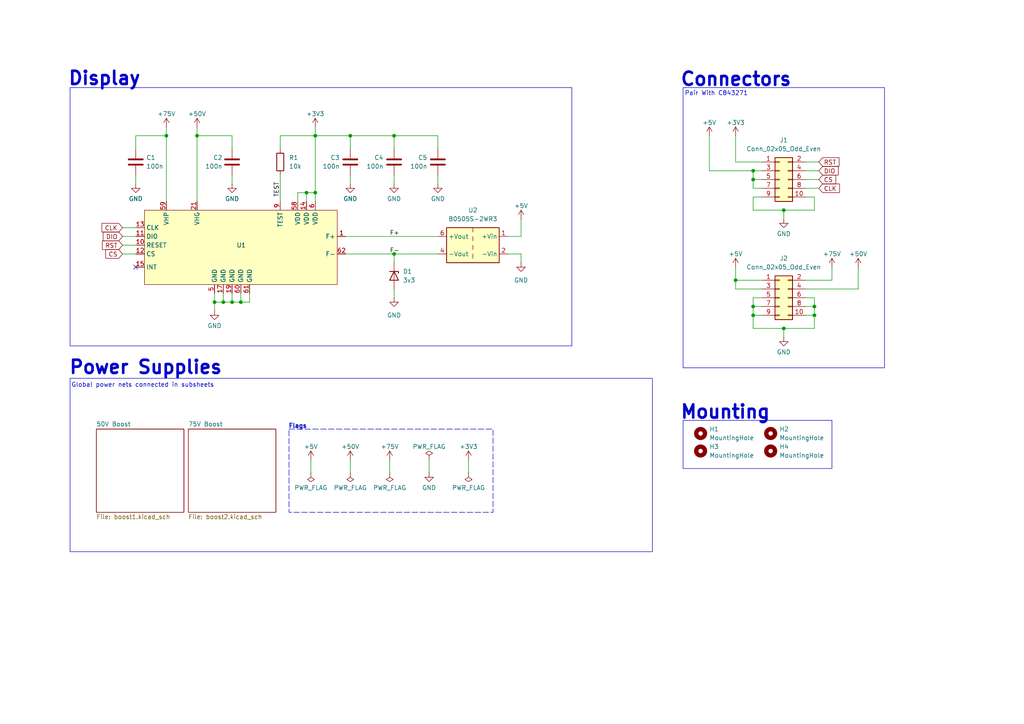
<source format=kicad_sch>
(kicad_sch (version 20250114) (generator "eeschema") (generator_version "9.0")
  (paper "A4")
  (title_block (title "GP1247AI Power Supply Board") (date "2026-01-14"))
  (lib_symbols
    (symbol "Connector_Generic:Conn_02x05_Odd_Even" (pin_names (offset 1.016) (hide yes))
      (property "Reference" "J" (at 1.27 7.62 0))
      (property "Value" "Conn_02x05_Odd_Even" (at 1.27 -7.62 0))
      (symbol "Conn_02x05_Odd_Even_1_1"
        (rectangle (start -1.27 6.35) (end 3.81 -6.35) (stroke (width 0.254)) (fill (type background)))
        (rectangle (start -1.27 5.207) (end 0 4.953) (stroke (width 0.1524)))
        (rectangle (start -1.27 2.667) (end 0 2.413) (stroke (width 0.1524)))
        (rectangle (start -1.27 0.127) (end 0 -0.127) (stroke (width 0.1524)))
        (rectangle (start -1.27 -2.413) (end 0 -2.667) (stroke (width 0.1524)))
        (rectangle (start -1.27 -4.953) (end 0 -5.207) (stroke (width 0.1524)))
        (rectangle (start 3.81 5.207) (end 2.54 4.953) (stroke (width 0.1524)))
        (rectangle (start 3.81 2.667) (end 2.54 2.413) (stroke (width 0.1524)))
        (rectangle (start 3.81 0.127) (end 2.54 -0.127) (stroke (width 0.1524)))
        (rectangle (start 3.81 -2.413) (end 2.54 -2.667) (stroke (width 0.1524)))
        (rectangle (start 3.81 -4.953) (end 2.54 -5.207) (stroke (width 0.1524)))
        (pin passive line (at -5.08 5.08 0) (length 3.81) (name "Pin_1") (number "1"))
        (pin passive line (at -5.08 2.54 0) (length 3.81) (name "Pin_3") (number "3"))
        (pin passive line (at -5.08 0 0) (length 3.81) (name "Pin_5") (number "5"))
        (pin passive line (at -5.08 -2.54 0) (length 3.81) (name "Pin_7") (number "7"))
        (pin passive line (at -5.08 -5.08 0) (length 3.81) (name "Pin_9") (number "9"))
        (pin passive line (at 7.62 5.08 180) (length 3.81) (name "Pin_2") (number "2"))
        (pin passive line (at 7.62 2.54 180) (length 3.81) (name "Pin_4") (number "4"))
        (pin passive line (at 7.62 0 180) (length 3.81) (name "Pin_6") (number "6"))
        (pin passive line (at 7.62 -2.54 180) (length 3.81) (name "Pin_8") (number "8"))
        (pin passive line (at 7.62 -5.08 180) (length 3.81) (name "Pin_10") (number "10"))
      )
    )
    (symbol "CustomSymbols:B0505S-2WR3"
      (property "Reference" "U" (at -6.35 6.35 0))
      (property "Value" "B0505S-2WR3" (at 2.54 6.35 0))
      (symbol "B0505S-2WR3_0_1"
        (rectangle (start -7.62 5.08) (end 7.62 -5.08) (stroke (width 0.254)) (fill (type background)))
        (polyline (pts (xy 0 5.08) (xy 0 3.81)))
        (polyline (pts (xy 0 2.54) (xy 0 1.27)))
        (polyline (pts (xy 0 0) (xy 0 -1.27)))
        (polyline (pts (xy 0 -2.54) (xy 0 -3.81)))
      )
      (symbol "B0505S-2WR3_1_1"
        (pin power_in line (at -10.16 2.54 0) (length 2.54) (name "+Vin") (number "1"))
        (pin power_in line (at -10.16 -2.54 0) (length 2.54) (name "-Vin") (number "2"))
        (pin power_out line (at 10.16 2.54 180) (length 2.54) (name "+Vout") (number "6"))
        (pin power_out line (at 10.16 -2.54 180) (length 2.54) (name "-Vout") (number "4"))
      )
    )
    (symbol "CustomSymbols:GP1247AI"
      (property "Reference" "U" (at -1.016 0.254 0))
      (symbol "GP1247AI_1_1"
        (rectangle (start -25.4 10.16) (end 30.48 -11.43) (fill (type background)))
        (pin passive line (at -27.94 5.08 0) (length 2.54) (name "CLK") (number "13"))
        (pin passive line (at -27.94 2.54 0) (length 2.54) (name "DIO") (number "11"))
        (pin passive line (at -27.94 0 0) (length 2.54) (name "RESET") (number "10"))
        (pin passive line (at -27.94 -2.54 0) (length 2.54) (name "CS") (number "12"))
        (pin passive line (at -27.94 -6.35 0) (length 2.54) (name "INT") (number "15"))
        (pin no_connect line (at -25.4 -8.89 90) (length 2.54) (hide yes) (name "NC") (number "8"))
        (pin no_connect line (at -24.13 -8.89 90) (length 2.54) (hide yes) (name "NC") (number "18"))
        (pin no_connect line (at -22.86 -8.89 90) (length 2.54) (hide yes) (name "NC") (number "20"))
        (pin no_connect line (at -21.59 -8.89 90) (length 2.54) (hide yes) (name "NC") (number "22"))
        (pin no_connect line (at -20.32 -8.89 90) (length 2.54) (hide yes) (name "NC") (number "23"))
        (pin power_in line (at -19.05 12.7 270) (length 2.54) (name "VHP") (number "59"))
        (pin no_connect line (at -19.05 -8.89 90) (length 2.54) (hide yes) (name "NC") (number "24"))
        (pin no_connect line (at -17.78 -8.89 90) (length 2.54) (hide yes) (name "NC") (number "25"))
        (pin no_connect line (at -16.51 -8.89 90) (length 2.54) (hide yes) (name "NC") (number "26"))
        (pin no_connect line (at -15.24 -8.89 90) (length 2.54) (hide yes) (name "NC") (number "27"))
        (pin no_connect line (at -13.97 -8.89 90) (length 2.54) (hide yes) (name "NC") (number "28"))
        (pin no_connect line (at -12.7 -8.89 90) (length 2.54) (hide yes) (name "NC") (number "29"))
        (pin no_connect line (at -11.43 0 180) (length 2.54) (hide yes) (name "NC") (number "7"))
        (pin no_connect line (at -11.43 -1.27 180) (length 2.54) (hide yes) (name "NC") (number "16"))
        (pin no_connect line (at -11.43 -8.89 90) (length 2.54) (hide yes) (name "NC") (number "30"))
        (pin power_in line (at -10.16 12.7 270) (length 2.54) (name "VHG") (number "21"))
        (pin no_connect line (at -10.16 -8.89 90) (length 2.54) (hide yes) (name "NC") (number "31"))
        (pin no_connect line (at -8.89 -8.89 90) (length 2.54) (hide yes) (name "NC") (number "32"))
        (pin no_connect line (at -7.62 -8.89 90) (length 2.54) (hide yes) (name "NC") (number "33"))
        (pin power_in line (at -5.08 -13.97 90) (length 2.54) (name "GND") (number "5"))
        (pin power_in line (at -2.54 -13.97 90) (length 2.54) (name "GND") (number "17"))
        (pin power_in line (at 0 -13.97 90) (length 2.54) (name "GND") (number "19"))
        (pin no_connect line (at 1.27 8.89 270) (length 2.54) (hide yes) (name "NC") (number "57"))
        (pin no_connect line (at 2.54 8.89 270) (length 2.54) (hide yes) (name "NC") (number "56"))
        (pin power_in line (at 2.54 -13.97 90) (length 2.54) (name "GND") (number "60"))
        (pin no_connect line (at 3.81 8.89 270) (length 2.54) (hide yes) (name "NC") (number "55"))
        (pin no_connect line (at 5.08 8.89 270) (length 2.54) (hide yes) (name "NC") (number "54"))
        (pin power_in line (at 5.08 -13.97 90) (length 2.54) (name "GND") (number "61"))
        (pin no_connect line (at 6.35 8.89 270) (length 2.54) (hide yes) (name "NC") (number "53"))
        (pin no_connect line (at 7.62 -8.89 90) (length 2.54) (hide yes) (name "NC") (number "34"))
        (pin no_connect line (at 8.89 -8.89 90) (length 2.54) (hide yes) (name "NC") (number "35"))
        (pin no_connect line (at 10.16 -8.89 90) (length 2.54) (hide yes) (name "NC") (number "36"))
        (pin no_connect line (at 11.43 -8.89 90) (length 2.54) (hide yes) (name "NC") (number "37"))
        (pin no_connect line (at 12.7 -8.89 90) (length 2.54) (hide yes) (name "NC") (number "38"))
        (pin passive line (at 13.97 12.7 270) (length 2.54) (name "TEST") (number "9"))
        (pin no_connect line (at 13.97 -8.89 90) (length 2.54) (hide yes) (name "NC") (number "39"))
        (pin no_connect line (at 15.24 -8.89 90) (length 2.54) (hide yes) (name "NC") (number "40"))
        (pin no_connect line (at 16.51 -8.89 90) (length 2.54) (hide yes) (name "NC") (number "41"))
        (pin no_connect line (at 17.78 -8.89 90) (length 2.54) (hide yes) (name "NC") (number "42"))
        (pin power_in line (at 19.05 12.7 270) (length 2.54) (name "VDD") (number "58"))
        (pin no_connect line (at 19.05 -8.89 90) (length 2.54) (hide yes) (name "NC") (number "43"))
        (pin no_connect line (at 20.32 -8.89 90) (length 2.54) (hide yes) (name "NC") (number "44"))
        (pin power_in line (at 21.59 12.7 270) (length 2.54) (name "VDD") (number "14"))
        (pin no_connect line (at 21.59 -8.89 90) (length 2.54) (hide yes) (name "NC") (number "45"))
        (pin no_connect line (at 22.86 -8.89 90) (length 2.54) (hide yes) (name "NC") (number "46"))
        (pin power_in line (at 24.13 12.7 270) (length 2.54) (name "VDD") (number "6"))
        (pin no_connect line (at 24.13 -8.89 90) (length 2.54) (hide yes) (name "NC") (number "47"))
        (pin no_connect line (at 25.4 -8.89 90) (length 2.54) (hide yes) (name "NC") (number "48"))
        (pin no_connect line (at 26.67 -8.89 90) (length 2.54) (hide yes) (name "NC") (number "49"))
        (pin no_connect line (at 27.94 -8.89 90) (length 2.54) (hide yes) (name "NC") (number "50"))
        (pin no_connect line (at 29.21 -8.89 90) (length 2.54) (hide yes) (name "NC") (number "51"))
        (pin no_connect line (at 30.48 -8.89 90) (length 2.54) (hide yes) (name "NC") (number "52"))
        (pin passive line (at 33.02 2.54 180) (length 2.54) (name "F+") (number "1"))
        (pin passive line (at 33.02 2.54 180) (length 2.54) (hide yes) (name "F+") (number "2"))
        (pin passive line (at 33.02 2.54 180) (length 2.54) (hide yes) (name "F+") (number "3"))
        (pin passive line (at 33.02 2.54 180) (length 2.54) (hide yes) (name "F+") (number "4"))
        (pin passive line (at 33.02 -2.54 180) (length 2.54) (name "F-") (number "62"))
        (pin passive line (at 33.02 -2.54 180) (length 2.54) (hide yes) (name "F-") (number "63"))
        (pin passive line (at 33.02 -2.54 180) (length 2.54) (hide yes) (name "F-") (number "64"))
        (pin passive line (at 33.02 -2.54 180) (length 2.54) (hide yes) (name "F-") (number "65"))
      )
    )
    (symbol "Device:C" (pin_numbers (hide yes)) (pin_names (offset 0.254))
      (property "Reference" "C" (at 0.635 2.54 0))
      (property "Value" "C" (at 0.635 -2.54 0))
      (symbol "C_0_1"
        (polyline (pts (xy -2.032 0.762) (xy 2.032 0.762)) (stroke (width 0.508)))
        (polyline (pts (xy -2.032 -0.762) (xy 2.032 -0.762)) (stroke (width 0.508)))
      )
      (symbol "C_1_1"
        (pin passive line (at 0 3.81 270) (length 2.794) (name "~") (number "1"))
        (pin passive line (at 0 -3.81 90) (length 2.794) (name "~") (number "2"))
      )
    )
    (symbol "Device:D_Zener" (pin_numbers (hide yes)) (pin_names (offset 1.016) (hide yes))
      (property "Reference" "D" (at 0 2.54 0))
      (property "Value" "D_Zener" (at 0 -2.54 0))
      (symbol "D_Zener_0_1"
        (polyline (pts (xy -1.27 -1.27) (xy -1.27 1.27) (xy -0.762 1.27)) (stroke (width 0.254)))
        (polyline (pts (xy 1.27 0) (xy -1.27 0)))
        (polyline (pts (xy 1.27 -1.27) (xy 1.27 1.27) (xy -1.27 0) (xy 1.27 -1.27)) (stroke (width 0.254)))
      )
      (symbol "D_Zener_1_1"
        (pin passive line (at -3.81 0 0) (length 2.54) (name "K") (number "1"))
        (pin passive line (at 3.81 0 180) (length 2.54) (name "A") (number "2"))
      )
    )
    (symbol "Device:R" (pin_numbers (hide yes)) (pin_names (offset 0))
      (property "Reference" "R" (at 2.032 0 90))
      (property "Value" "R" (at 0 0 90))
      (symbol "R_0_1"
        (rectangle (start -1.016 -2.54) (end 1.016 2.54) (stroke (width 0.254)))
      )
      (symbol "R_1_1"
        (pin passive line (at 0 3.81 270) (length 1.27) (name "~") (number "1"))
        (pin passive line (at 0 -3.81 90) (length 1.27) (name "~") (number "2"))
      )
    )
    (symbol "Mechanical:MountingHole" (pin_names (offset 1.016)) (in_bom no)
      (property "Reference" "H" (at 0 5.08 0))
      (property "Value" "MountingHole" (at 0 3.175 0))
      (symbol "MountingHole_0_1"
        (circle (center 0 0) (radius 1.27) (stroke (width 1.27)))
      )
    )
    (symbol "power:+3V3" (power) (pin_numbers (hide yes)) (pin_names (offset 0) (hide yes))
      (property "Value" "+3V3" (at 0 3.556 0))
      (symbol "+3V3_0_1"
        (polyline (pts (xy -0.762 1.27) (xy 0 2.54)))
        (polyline (pts (xy 0 2.54) (xy 0.762 1.27)))
        (polyline (pts (xy 0 0) (xy 0 2.54)))
      )
      (symbol "+3V3_1_1"
        (pin power_in line (at 0 0 90) (length 0) (name "~") (number "1"))
      )
    )
    (symbol "power:+5V" (power) (pin_numbers (hide yes)) (pin_names (offset 0) (hide yes))
      (property "Value" "+5V" (at 0 3.556 0))
      (symbol "+5V_0_1"
        (polyline (pts (xy -0.762 1.27) (xy 0 2.54)))
        (polyline (pts (xy 0 2.54) (xy 0.762 1.27)))
        (polyline (pts (xy 0 0) (xy 0 2.54)))
      )
      (symbol "+5V_1_1"
        (pin power_in line (at 0 0 90) (length 0) (name "~") (number "1"))
      )
    )
    (symbol "power:GND" (power) (pin_numbers (hide yes)) (pin_names (offset 0) (hide yes))
      (property "Value" "GND" (at 0 -3.81 0))
      (symbol "GND_0_1"
        (polyline (pts (xy 0 0) (xy 0 -1.27) (xy 1.27 -1.27) (xy 0 -2.54) (xy -1.27 -1.27) (xy 0 -1.27)))
      )
      (symbol "GND_1_1"
        (pin power_in line (at 0 0 270) (length 0) (name "~") (number "1"))
      )
    )
    (symbol "power:PWR_FLAG" (power) (pin_numbers (hide yes)) (pin_names (offset 0) (hide yes))
      (property "Value" "PWR_FLAG" (at 0 3.81 0))
      (symbol "PWR_FLAG_0_0"
        (pin power_out line (at 0 0 90) (length 0) (name "~") (number "1"))
      )
      (symbol "PWR_FLAG_0_1"
        (polyline (pts (xy 0 0) (xy 0 1.27) (xy -1.016 1.905) (xy 0 2.54) (xy 1.016 1.905) (xy 0 1.27)))
      )
    )
    (symbol "power:VDC" (power) (pin_numbers (hide yes)) (pin_names (offset 0) (hide yes))
      (property "Value" "VDC" (at 0 3.556 0))
      (symbol "VDC_0_1"
        (polyline (pts (xy -0.762 1.27) (xy 0 2.54)))
        (polyline (pts (xy 0 2.54) (xy 0.762 1.27)))
        (polyline (pts (xy 0 0) (xy 0 2.54)))
      )
      (symbol "VDC_1_1"
        (pin power_in line (at 0 0 90) (length 0) (name "~") (number "1"))
      )
    )
  )
  (rectangle (start 198.12 121.92) (end 241.3 135.89))
  (rectangle (start 198.12 25.4) (end 256.54 106.68))
  (rectangle (start 20.32 109.728) (end 189.23 160.02))
  (rectangle (start 20.32 25.4) (end 165.862 100.33))
  (rectangle (start 83.82 124.46) (end 143.002 148.59) (stroke (width 0) (type dash)))
  (text "Mounting" (at 197.104 119.634 0) (effects (font (size 3.81 3.81) (thickness 0.762) (bold yes)) (justify left)))
  (text "Display\n" (at 19.558 22.86 0) (effects (font (size 3.81 3.81) (thickness 0.762) (bold yes)) (justify left)))
  (text "Pair With C843271" (at 207.772 27.178 0) (effects (font (size 1.27 1.27))))
  (text "Global power nets connected in subsheets" (at 41.402 111.76 0) (effects (font (size 1.27 1.27))))
  (text "Power Supplies" (at 19.812 106.68 0) (effects (font (size 3.81 3.81) (thickness 0.762) (bold yes)) (justify left)))
  (text "Connectors" (at 197.104 23.114 0) (effects (font (size 3.81 3.81) (thickness 0.762) (bold yes)) (justify left)))
  (text "Flags" (at 86.36 123.698 0) (effects (font (size 1.27 1.27) (thickness 0.254) (bold yes))))
  (junction (at 69.85 87.63))
  (junction (at 57.15 39.37))
  (junction (at 218.44 88.9))
  (junction (at 62.23 87.63))
  (junction (at 218.44 49.53))
  (junction (at 101.6 39.37))
  (junction (at 236.22 91.44))
  (junction (at 236.22 88.9))
  (junction (at 64.77 87.63))
  (junction (at 67.31 87.63))
  (junction (at 227.33 60.96))
  (junction (at 91.44 55.88))
  (junction (at 114.3 73.66))
  (junction (at 218.44 91.44))
  (junction (at 114.3 39.37))
  (junction (at 213.36 81.28))
  (junction (at 218.44 52.07))
  (junction (at 227.33 95.25))
  (junction (at 88.9 55.88))
  (junction (at 91.44 39.37))
  (junction (at 48.26 39.37))
  (no_connect (at 39.37 77.47))
  (wire (pts (xy 57.15 36.83) (xy 57.15 39.37)))
  (wire (pts (xy 127 50.8) (xy 127 53.34)))
  (wire (pts (xy 248.92 83.82) (xy 233.68 83.82)))
  (wire (pts (xy 124.46 133.35) (xy 124.46 137.16)))
  (wire (pts (xy 236.22 95.25) (xy 236.22 91.44)))
  (wire (pts (xy 48.26 36.83) (xy 48.26 39.37)))
  (wire (pts (xy 218.44 95.25) (xy 227.33 95.25)))
  (wire (pts (xy 39.37 39.37) (xy 39.37 43.18)))
  (wire (pts (xy 114.3 50.8) (xy 114.3 53.34)))
  (wire (pts (xy 151.13 73.66) (xy 147.32 73.66)))
  (wire (pts (xy 101.6 133.35) (xy 101.6 137.16)))
  (wire (pts (xy 127 39.37) (xy 114.3 39.37)))
  (wire (pts (xy 237.49 49.53) (xy 233.68 49.53)))
  (wire (pts (xy 57.15 39.37) (xy 57.15 58.42)))
  (wire (pts (xy 91.44 55.88) (xy 88.9 55.88)))
  (wire (pts (xy 233.68 81.28) (xy 241.3 81.28)))
  (wire (pts (xy 205.74 39.37) (xy 205.74 49.53)))
  (wire (pts (xy 236.22 91.44) (xy 233.68 91.44)))
  (wire (pts (xy 35.56 66.04) (xy 39.37 66.04)))
  (wire (pts (xy 91.44 39.37) (xy 101.6 39.37)))
  (wire (pts (xy 90.17 133.35) (xy 90.17 137.16)))
  (wire (pts (xy 218.44 91.44) (xy 218.44 95.25)))
  (wire (pts (xy 220.98 88.9) (xy 218.44 88.9)))
  (wire (pts (xy 237.49 54.61) (xy 233.68 54.61)))
  (wire (pts (xy 57.15 39.37) (xy 67.31 39.37)))
  (wire (pts (xy 233.68 86.36) (xy 236.22 86.36)))
  (wire (pts (xy 227.33 95.25) (xy 227.33 97.79)))
  (wire (pts (xy 218.44 91.44) (xy 218.44 88.9)))
  (wire (pts (xy 101.6 50.8) (xy 101.6 53.34)))
  (wire (pts (xy 218.44 86.36) (xy 220.98 86.36)))
  (wire (pts (xy 220.98 91.44) (xy 218.44 91.44)))
  (wire (pts (xy 35.56 73.66) (xy 39.37 73.66)))
  (wire (pts (xy 67.31 50.8) (xy 67.31 53.34)))
  (wire (pts (xy 113.03 133.35) (xy 113.03 137.16)))
  (wire (pts (xy 72.39 85.09) (xy 72.39 87.63)))
  (wire (pts (xy 236.22 86.36) (xy 236.22 88.9)))
  (wire (pts (xy 114.3 83.82) (xy 114.3 86.36)))
  (wire (pts (xy 114.3 73.66) (xy 127 73.66)))
  (wire (pts (xy 62.23 85.09) (xy 62.23 87.63)))
  (wire (pts (xy 218.44 49.53) (xy 220.98 49.53)))
  (wire (pts (xy 35.56 68.58) (xy 39.37 68.58)))
  (wire (pts (xy 237.49 52.07) (xy 233.68 52.07)))
  (wire (pts (xy 67.31 85.09) (xy 67.31 87.63)))
  (wire (pts (xy 81.28 39.37) (xy 81.28 43.18)))
  (wire (pts (xy 218.44 54.61) (xy 218.44 52.07)))
  (wire (pts (xy 91.44 39.37) (xy 91.44 55.88)))
  (wire (pts (xy 236.22 88.9) (xy 236.22 91.44)))
  (wire (pts (xy 227.33 60.96) (xy 236.22 60.96)))
  (wire (pts (xy 67.31 87.63) (xy 69.85 87.63)))
  (wire (pts (xy 227.33 95.25) (xy 236.22 95.25)))
  (wire (pts (xy 48.26 39.37) (xy 39.37 39.37)))
  (wire (pts (xy 86.36 55.88) (xy 86.36 58.42)))
  (wire (pts (xy 48.26 39.37) (xy 48.26 58.42)))
  (wire (pts (xy 248.92 77.47) (xy 248.92 83.82)))
  (wire (pts (xy 233.68 88.9) (xy 236.22 88.9)))
  (wire (pts (xy 220.98 81.28) (xy 213.36 81.28)))
  (wire (pts (xy 91.44 39.37) (xy 81.28 39.37)))
  (wire (pts (xy 64.77 85.09) (xy 64.77 87.63)))
  (wire (pts (xy 69.85 85.09) (xy 69.85 87.63)))
  (wire (pts (xy 151.13 68.58) (xy 147.32 68.58)))
  (wire (pts (xy 236.22 60.96) (xy 236.22 57.15)))
  (wire (pts (xy 64.77 87.63) (xy 67.31 87.63)))
  (wire (pts (xy 91.44 58.42) (xy 91.44 55.88)))
  (wire (pts (xy 35.56 71.12) (xy 39.37 71.12)))
  (wire (pts (xy 213.36 39.37) (xy 213.36 46.99)))
  (wire (pts (xy 220.98 54.61) (xy 218.44 54.61)))
  (wire (pts (xy 101.6 39.37) (xy 101.6 43.18)))
  (wire (pts (xy 237.49 46.99) (xy 233.68 46.99)))
  (wire (pts (xy 135.89 133.35) (xy 135.89 137.16)))
  (wire (pts (xy 151.13 63.5) (xy 151.13 68.58)))
  (wire (pts (xy 236.22 57.15) (xy 233.68 57.15)))
  (wire (pts (xy 220.98 46.99) (xy 213.36 46.99)))
  (wire (pts (xy 220.98 52.07) (xy 218.44 52.07)))
  (wire (pts (xy 100.33 68.58) (xy 127 68.58)))
  (wire (pts (xy 213.36 83.82) (xy 213.36 81.28)))
  (wire (pts (xy 88.9 55.88) (xy 86.36 55.88)))
  (wire (pts (xy 101.6 39.37) (xy 114.3 39.37)))
  (wire (pts (xy 227.33 60.96) (xy 227.33 63.5)))
  (wire (pts (xy 218.44 52.07) (xy 218.44 49.53)))
  (wire (pts (xy 67.31 39.37) (xy 67.31 43.18)))
  (wire (pts (xy 220.98 83.82) (xy 213.36 83.82)))
  (wire (pts (xy 100.33 73.66) (xy 114.3 73.66)))
  (wire (pts (xy 114.3 73.66) (xy 114.3 76.2)))
  (wire (pts (xy 91.44 36.83) (xy 91.44 39.37)))
  (wire (pts (xy 62.23 87.63) (xy 62.23 90.17)))
  (wire (pts (xy 218.44 88.9) (xy 218.44 86.36)))
  (wire (pts (xy 220.98 57.15) (xy 218.44 57.15)))
  (wire (pts (xy 88.9 55.88) (xy 88.9 58.42)))
  (wire (pts (xy 218.44 60.96) (xy 227.33 60.96)))
  (wire (pts (xy 39.37 50.8) (xy 39.37 53.34)))
  (wire (pts (xy 127 43.18) (xy 127 39.37)))
  (wire (pts (xy 218.44 57.15) (xy 218.44 60.96)))
  (wire (pts (xy 151.13 76.2) (xy 151.13 73.66)))
  (wire (pts (xy 62.23 87.63) (xy 64.77 87.63)))
  (wire (pts (xy 69.85 87.63) (xy 72.39 87.63)))
  (wire (pts (xy 213.36 81.28) (xy 213.36 77.47)))
  (wire (pts (xy 114.3 43.18) (xy 114.3 39.37)))
  (wire (pts (xy 241.3 81.28) (xy 241.3 77.47)))
  (wire (pts (xy 81.28 50.8) (xy 81.28 58.42)))
  (wire (pts (xy 205.74 49.53) (xy 218.44 49.53)))
  (label "F-" (at 113.03 73.66 0))
  (label "F+" (at 113.03 68.58 0))
  (label "TEST" (at 81.28 57.15 90))
  (global_label "CLK" (shape input) (at 35.56 66.04 180) (property "Intersheetrefs" "${INTERSHEET_REFS}" (effects (hide yes))))
  (global_label "DIO" (shape input) (at 35.56 68.58 180) (property "Intersheetrefs" "${INTERSHEET_REFS}" (effects (hide yes))))
  (global_label "DIO" (shape input) (at 237.49 49.53 0) (property "Intersheetrefs" "${INTERSHEET_REFS}" (effects (hide yes))))
  (global_label "CLK" (shape input) (at 237.49 54.61 0) (property "Intersheetrefs" "${INTERSHEET_REFS}" (effects (hide yes))))
  (global_label "RST" (shape input) (at 237.49 46.99 0) (property "Intersheetrefs" "${INTERSHEET_REFS}" (effects (hide yes))))
  (global_label "CS" (shape input) (at 237.49 52.07 0) (property "Intersheetrefs" "${INTERSHEET_REFS}" (effects (hide yes))))
  (global_label "RST" (shape input) (at 35.56 71.12 180) (property "Intersheetrefs" "${INTERSHEET_REFS}" (effects (hide yes))))
  (global_label "CS" (shape input) (at 35.56 73.66 180) (property "Intersheetrefs" "${INTERSHEET_REFS}" (effects (hide yes))))
  (symbol (lib_id "Device:C") (at 114.3 46.99 0) (mirror y) (unit 1)
    (property "Reference" "C4" (at 111.252 45.72 0) (effects (justify left)))
    (property "Value" "100n" (at 111.252 48.26 0) (effects (justify left)))
    (property "Footprint" "Capacitor_SMD:C_0603_1608Metric" (effects (hide yes)))
    (property "Datasheet" "https://www.lcsc.com/datasheet/C15725.pdf" (effects (hide yes)))
    (property "Description" "Unpolarized capacitor" (effects (hide yes)))
    (property "LCSC PART #" "C15725" (effects (hide yes)))
  )
  (symbol (lib_id "power:GND") (at 127 53.34 0) (mirror y) (unit 1)
    (property "Reference" "#PWR010" (effects (hide yes)))
    (property "Value" "GND" (at 127 57.658 0))
    (property "Description" "Power symbol creates a global label with name \"GND\" , ground" (effects (hide yes)))
  )
  (symbol (lib_id "power:VDC") (at 57.15 36.83 0) (unit 1)
    (property "Reference" "#PWR02" (effects (hide yes)))
    (property "Value" "+50V" (at 57.15 33.02 0))
    (property "Description" "Power symbol creates a global label with name \"VDC\"" (effects (hide yes)))
  )
  (symbol (lib_id "power:+5V") (at 151.13 63.5 0) (mirror y) (unit 1)
    (property "Reference" "#PWR011" (effects (hide yes)))
    (property "Value" "+5V" (at 151.13 59.69 0))
    (property "Description" "Power symbol creates a global label with name \"+5V\"" (effects (hide yes)))
  )
  (symbol (lib_id "Connector_Generic:Conn_02x05_Odd_Even") (at 226.06 86.36 0) (unit 1)
    (property "Reference" "J2" (at 227.33 74.93 0))
    (property "Value" "Conn_02x05_Odd_Even" (at 227.33 77.47 0))
    (property "Footprint" "Connector_PinHeader_2.54mm:PinHeader_2x05_P2.54mm_Vertical" (effects (hide yes)))
    (property "Datasheet" "https://www.lcsc.com/datasheet/C42431818.pdf" (effects (hide yes)))
    (property "Description" "Generic connector, double row, 02x05, odd/even pin numbering scheme (row 1 odd numbers, row 2 even numbers), script generated (kicad-library-utils/schlib/autogen/connector/)" (effects (hide yes)))
    (property "LCSC PART #" "C42431818" (effects (hide yes)))
  )
  (symbol (lib_id "power:+5V") (at 90.17 133.35 0) (unit 1)
    (property "Reference" "#PWR020" (effects (hide yes)))
    (property "Value" "+5V" (at 90.17 129.54 0))
    (property "Description" "Power symbol creates a global label with name \"+5V\"" (effects (hide yes)))
  )
  (symbol (lib_id "power:+3V3") (at 135.89 133.35 0) (unit 1)
    (property "Reference" "#PWR023" (effects (hide yes)))
    (property "Value" "+3V3" (at 135.89 129.54 0))
    (property "Description" "Power symbol creates a global label with name \"+3V3\"" (effects (hide yes)))
  )
  (symbol (lib_id "power:VDC") (at 248.92 77.47 0) (unit 1)
    (property "Reference" "#PWR016" (effects (hide yes)))
    (property "Value" "+50V" (at 248.92 73.66 0))
    (property "Description" "Power symbol creates a global label with name \"VDC\"" (effects (hide yes)))
  )
  (symbol (lib_id "power:GND") (at 227.33 63.5 0) (mirror y) (unit 1)
    (property "Reference" "#PWR012" (effects (hide yes)))
    (property "Value" "GND" (at 227.33 67.818 0))
    (property "Description" "Power symbol creates a global label with name \"GND\" , ground" (effects (hide yes)))
  )
  (symbol (lib_id "power:GND") (at 67.31 53.34 0) (mirror y) (unit 1)
    (property "Reference" "#PWR07" (effects (hide yes)))
    (property "Value" "GND" (at 67.31 57.658 0))
    (property "Description" "Power symbol creates a global label with name \"GND\" , ground" (effects (hide yes)))
  )
  (symbol (lib_id "power:+3V3") (at 91.44 36.83 0) (unit 1)
    (property "Reference" "#PWR03" (effects (hide yes)))
    (property "Value" "+3V3" (at 91.44 33.02 0))
    (property "Description" "Power symbol creates a global label with name \"+3V3\"" (effects (hide yes)))
  )
  (symbol (lib_id "Connector_Generic:Conn_02x05_Odd_Even") (at 226.06 52.07 0) (unit 1)
    (property "Reference" "J1" (at 227.33 40.64 0))
    (property "Value" "Conn_02x05_Odd_Even" (at 227.33 43.18 0))
    (property "Footprint" "Connector_PinHeader_2.54mm:PinHeader_2x05_P2.54mm_Vertical" (effects (hide yes)))
    (property "Datasheet" "https://www.lcsc.com/datasheet/C42431818.pdf" (effects (hide yes)))
    (property "Description" "Generic connector, double row, 02x05, odd/even pin numbering scheme (row 1 odd numbers, row 2 even numbers), script generated (kicad-library-utils/schlib/autogen/connector/)" (effects (hide yes)))
    (property "LCSC PART #" "C42431818" (effects (hide yes)))
  )
  (symbol (lib_id "Device:C") (at 101.6 46.99 0) (mirror y) (unit 1)
    (property "Reference" "C3" (at 98.552 45.72 0) (effects (justify left)))
    (property "Value" "100n" (at 98.552 48.26 0) (effects (justify left)))
    (property "Footprint" "Capacitor_SMD:C_0603_1608Metric" (effects (hide yes)))
    (property "Datasheet" "https://www.lcsc.com/datasheet/C15725.pdf" (effects (hide yes)))
    (property "Description" "Unpolarized capacitor" (effects (hide yes)))
    (property "LCSC PART #" "C15725" (effects (hide yes)))
  )
  (symbol (lib_id "power:VDC") (at 241.3 77.47 0) (unit 1)
    (property "Reference" "#PWR015" (effects (hide yes)))
    (property "Value" "+75V" (at 241.3 73.66 0))
    (property "Description" "Power symbol creates a global label with name \"VDC\"" (effects (hide yes)))
  )
  (symbol (lib_id "power:VDC") (at 113.03 133.35 0) (unit 1)
    (property "Reference" "#PWR022" (effects (hide yes)))
    (property "Value" "+75V" (at 113.03 129.54 0))
    (property "Description" "Power symbol creates a global label with name \"VDC\"" (effects (hide yes)))
  )
  (symbol (lib_id "Device:C") (at 39.37 46.99 0) (unit 1)
    (property "Reference" "C1" (at 42.418 45.72 0) (effects (justify left)))
    (property "Value" "100n" (at 42.418 48.26 0) (effects (justify left)))
    (property "Footprint" "Capacitor_SMD:C_0603_1608Metric" (effects (hide yes)))
    (property "Datasheet" "https://www.lcsc.com/datasheet/C15725.pdf" (effects (hide yes)))
    (property "Description" "Unpolarized capacitor" (effects (hide yes)))
    (property "LCSC PART #" "C15725" (effects (hide yes)))
  )
  (symbol (lib_id "power:GND") (at 124.46 137.16 0) (mirror y) (unit 1)
    (property "Reference" "#PWR024" (effects (hide yes)))
    (property "Value" "GND" (at 124.46 141.478 0))
    (property "Description" "Power symbol creates a global label with name \"GND\" , ground" (effects (hide yes)))
  )
  (symbol (lib_id "power:GND") (at 114.3 53.34 0) (mirror y) (unit 1)
    (property "Reference" "#PWR09" (effects (hide yes)))
    (property "Value" "GND" (at 114.3 57.658 0))
    (property "Description" "Power symbol creates a global label with name \"GND\" , ground" (effects (hide yes)))
  )
  (symbol (lib_id "Device:C") (at 67.31 46.99 0) (mirror y) (unit 1)
    (property "Reference" "C2" (at 64.516 45.72 0) (effects (justify left)))
    (property "Value" "100n" (at 64.516 48.26 0) (effects (justify left)))
    (property "Footprint" "Capacitor_SMD:C_0603_1608Metric" (effects (hide yes)))
    (property "Datasheet" "https://www.lcsc.com/datasheet/C15725.pdf" (effects (hide yes)))
    (property "Description" "Unpolarized capacitor" (effects (hide yes)))
    (property "LCSC PART #" "C15725" (effects (hide yes)))
  )
  (symbol (lib_id "power:+5V") (at 205.74 39.37 0) (unit 1)
    (property "Reference" "#PWR04" (effects (hide yes)))
    (property "Value" "+5V" (at 205.74 35.56 0))
    (property "Description" "Power symbol creates a global label with name \"+5V\"" (effects (hide yes)))
  )
  (symbol (lib_id "Mechanical:MountingHole") (at 203.2 130.81 0) (unit 1) (in_bom no)
    (property "Reference" "H3" (at 205.74 129.5399 0) (effects (justify left)))
    (property "Value" "MountingHole" (at 205.74 132.0799 0) (effects (justify left)))
    (property "Footprint" "MountingHole:MountingHole_3.2mm_M3" (effects (hide yes)))
    (property "Description" "Mounting Hole without connection" (effects (hide yes)))
  )
  (symbol (lib_id "power:GND") (at 227.33 97.79 0) (mirror y) (unit 1)
    (property "Reference" "#PWR019" (effects (hide yes)))
    (property "Value" "GND" (at 227.33 102.108 0))
    (property "Description" "Power symbol creates a global label with name \"GND\" , ground" (effects (hide yes)))
  )
  (symbol (lib_id "Mechanical:MountingHole") (at 203.2 125.73 0) (unit 1) (in_bom no)
    (property "Reference" "H1" (at 205.74 124.4599 0) (effects (justify left)))
    (property "Value" "MountingHole" (at 205.74 126.9999 0) (effects (justify left)))
    (property "Footprint" "MountingHole:MountingHole_3.2mm_M3" (effects (hide yes)))
    (property "Description" "Mounting Hole without connection" (effects (hide yes)))
  )
  (symbol (lib_id "Mechanical:MountingHole") (at 223.52 130.81 0) (unit 1) (in_bom no)
    (property "Reference" "H4" (at 226.06 129.5399 0) (effects (justify left)))
    (property "Value" "MountingHole" (at 226.06 132.0799 0) (effects (justify left)))
    (property "Footprint" "MountingHole:MountingHole_3.2mm_M3" (effects (hide yes)))
    (property "Description" "Mounting Hole without connection" (effects (hide yes)))
  )
  (symbol (lib_id "power:GND") (at 114.3 86.36 0) (unit 1)
    (property "Reference" "#PWR017" (effects (hide yes)))
    (property "Value" "GND" (at 114.3 91.44 0))
    (property "Description" "Power symbol creates a global label with name \"GND\" , ground" (effects (hide yes)))
  )
  (symbol (lib_id "power:GND") (at 62.23 90.17 0) (mirror y) (unit 1)
    (property "Reference" "#PWR018" (effects (hide yes)))
    (property "Value" "GND" (at 62.23 94.488 0))
    (property "Description" "Power symbol creates a global label with name \"GND\" , ground" (effects (hide yes)))
  )
  (symbol (lib_id "Device:R") (at 81.28 46.99 0) (unit 1)
    (property "Reference" "R1" (at 83.82 45.7199 0) (effects (justify left)))
    (property "Value" "10k" (at 83.82 48.2599 0) (effects (justify left)))
    (property "Footprint" "Resistor_SMD:R_0603_1608Metric" (effects (hide yes)))
    (property "Datasheet" "https://www.lcsc.com/datasheet/C49652949.pdf" (effects (hide yes)))
    (property "Description" "Resistor" (effects (hide yes)))
    (property "LCSC PART #" "C49652949" (effects (hide yes)))
  )
  (symbol (lib_id "Device:C") (at 127 46.99 0) (mirror y) (unit 1)
    (property "Reference" "C5" (at 123.952 45.72 0) (effects (justify left)))
    (property "Value" "100n" (at 123.952 48.26 0) (effects (justify left)))
    (property "Footprint" "Capacitor_SMD:C_0603_1608Metric" (effects (hide yes)))
    (property "Datasheet" "https://www.lcsc.com/datasheet/C15725.pdf" (effects (hide yes)))
    (property "Description" "Unpolarized capacitor" (effects (hide yes)))
    (property "LCSC PART #" "C15725" (effects (hide yes)))
  )
  (symbol (lib_id "power:PWR_FLAG") (at 101.6 137.16 180) (unit 1)
    (property "Reference" "#FLG03" (effects (hide yes)))
    (property "Value" "PWR_FLAG" (at 101.6 141.478 0))
    (property "Description" "Special symbol for telling ERC where power comes from" (effects (hide yes)))
  )
  (symbol (lib_id "power:GND") (at 151.13 76.2 0) (mirror y) (unit 1)
    (property "Reference" "#PWR013" (effects (hide yes)))
    (property "Value" "GND" (at 151.13 81.28 0))
    (property "Description" "Power symbol creates a global label with name \"GND\" , ground" (effects (hide yes)))
  )
  (symbol (lib_id "power:PWR_FLAG") (at 135.89 137.16 180) (unit 1)
    (property "Reference" "#FLG05" (effects (hide yes)))
    (property "Value" "PWR_FLAG" (at 135.89 141.478 0))
    (property "Description" "Special symbol for telling ERC where power comes from" (effects (hide yes)))
  )
  (symbol (lib_id "power:VDC") (at 101.6 133.35 0) (unit 1)
    (property "Reference" "#PWR021" (effects (hide yes)))
    (property "Value" "+50V" (at 101.6 129.54 0))
    (property "Description" "Power symbol creates a global label with name \"VDC\"" (effects (hide yes)))
  )
  (symbol (lib_id "power:VDC") (at 48.26 36.83 0) (unit 1)
    (property "Reference" "#PWR01" (effects (hide yes)))
    (property "Value" "+75V" (at 48.26 33.02 0))
    (property "Description" "Power symbol creates a global label with name \"VDC\"" (effects (hide yes)))
  )
  (symbol (lib_id "CustomSymbols:GP1247AI") (at 67.31 71.12 0) (unit 1)
    (property "Reference" "U1" (at 68.58 71.12 0) (effects (justify left)))
    (property "Footprint" "CustomFootprints:GP1247AI" (effects (hide yes)))
    (property "Datasheet" "https://drive.google.com/file/d/1AvN5UNpLIzMM8QzgwikIQiSCDImiOtRc/view?usp=drivesdk" (effects (hide yes)))
    (property "Description" "253x63 chip on glass VFD" (effects (hide yes)))
  )
  (symbol (lib_id "CustomSymbols:B0505S-2WR3") (at 137.16 71.12 0) (mirror y) (unit 1)
    (property "Reference" "U2" (at 137.16 60.96 0))
    (property "Value" "B0505S-2WR3" (at 137.16 63.5 0))
    (property "Footprint" "CustomFootprints:B0505S-2WR3" (effects (hide yes)))
    (property "Datasheet" "https://www.lcsc.com/datasheet/C7465195.pdf" (effects (hide yes)))
    (property "Description" "400mA 5V isolated power supply" (effects (hide yes)))
    (property "LCSC PART #" "C7465195" (effects (hide yes)))
  )
  (symbol (lib_id "power:GND") (at 101.6 53.34 0) (mirror y) (unit 1)
    (property "Reference" "#PWR08" (effects (hide yes)))
    (property "Value" "GND" (at 101.6 57.658 0))
    (property "Description" "Power symbol creates a global label with name \"GND\" , ground" (effects (hide yes)))
  )
  (symbol (lib_id "power:PWR_FLAG") (at 90.17 137.16 180) (unit 1)
    (property "Reference" "#FLG02" (effects (hide yes)))
    (property "Value" "PWR_FLAG" (at 90.17 141.478 0))
    (property "Description" "Special symbol for telling ERC where power comes from" (effects (hide yes)))
  )
  (symbol (lib_id "power:+3V3") (at 213.36 39.37 0) (unit 1)
    (property "Reference" "#PWR05" (effects (hide yes)))
    (property "Value" "+3V3" (at 213.36 35.56 0))
    (property "Description" "Power symbol creates a global label with name \"+3V3\"" (effects (hide yes)))
  )
  (symbol (lib_id "Mechanical:MountingHole") (at 223.52 125.73 0) (unit 1) (in_bom no)
    (property "Reference" "H2" (at 226.06 124.4599 0) (effects (justify left)))
    (property "Value" "MountingHole" (at 226.06 126.9999 0) (effects (justify left)))
    (property "Footprint" "MountingHole:MountingHole_3.2mm_M3" (effects (hide yes)))
    (property "Description" "Mounting Hole without connection" (effects (hide yes)))
  )
  (symbol (lib_id "Device:D_Zener") (at 114.3 80.01 270) (unit 1)
    (property "Reference" "D1" (at 116.84 78.7399 90) (effects (justify left)))
    (property "Value" "3v3" (at 116.84 81.2799 90) (effects (justify left)))
    (property "Footprint" "Diode_SMD:D_SOD-123" (effects (hide yes)))
    (property "Datasheet" "https://www.lcsc.com/datasheet/C151564.pdf" (effects (hide yes)))
    (property "Description" "Zener diode" (effects (hide yes)))
    (property "LCSC PART #" "C151564" (effects (hide yes)))
  )
  (symbol (lib_id "power:PWR_FLAG") (at 124.46 133.35 0) (unit 1)
    (property "Reference" "#FLG01" (effects (hide yes)))
    (property "Value" "PWR_FLAG" (at 124.46 129.54 0))
    (property "Description" "Special symbol for telling ERC where power comes from" (effects (hide yes)))
  )
  (symbol (lib_id "power:PWR_FLAG") (at 113.03 137.16 180) (unit 1)
    (property "Reference" "#FLG04" (effects (hide yes)))
    (property "Value" "PWR_FLAG" (at 113.03 141.478 0))
    (property "Description" "Special symbol for telling ERC where power comes from" (effects (hide yes)))
  )
  (symbol (lib_id "power:GND") (at 39.37 53.34 0) (unit 1)
    (property "Reference" "#PWR06" (effects (hide yes)))
    (property "Value" "GND" (at 39.37 57.658 0))
    (property "Description" "Power symbol creates a global label with name \"GND\" , ground" (effects (hide yes)))
  )
  (symbol (lib_id "power:+5V") (at 213.36 77.47 0) (unit 1)
    (property "Reference" "#PWR014" (effects (hide yes)))
    (property "Value" "+5V" (at 213.36 73.66 0))
    (property "Description" "Power symbol creates a global label with name \"+5V\"" (effects (hide yes)))
  )
  (sheet (at 54.61 124.46) (size 25.4 24.13) (stroke (width 0.1524))
    (property "Sheetname" "75V Boost" (at 54.61 123.7484 0) (effects (justify left bottom)))
    (property "Sheetfile" "boost2.kicad_sch" (at 54.61 149.1746 0) (effects (justify left top)))
  )
  (sheet (at 27.94 124.46) (size 25.4 24.13) (stroke (width 0.1524))
    (property "Sheetname" "50V Boost" (at 27.94 123.7484 0) (effects (justify left bottom)))
    (property "Sheetfile" "boost1.kicad_sch" (at 27.94 149.1746 0) (effects (justify left top)))
  )
)
</source>
